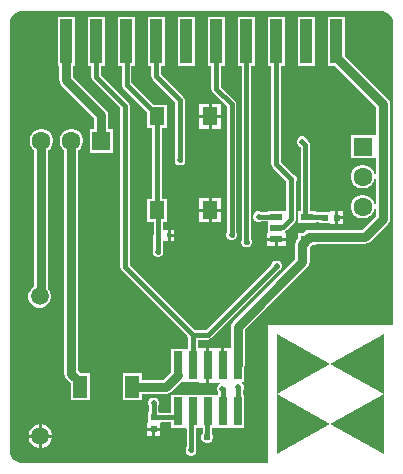
<source format=gtl>
G04*
G04 #@! TF.GenerationSoftware,Altium Limited,Altium Designer,23.8.1 (32)*
G04*
G04 Layer_Physical_Order=1*
G04 Layer_Color=255*
%FSLAX44Y44*%
%MOMM*%
G71*
G04*
G04 #@! TF.SameCoordinates,8D10C5A6-D087-465C-88DE-2456D22F2F40*
G04*
G04*
G04 #@! TF.FilePolarity,Positive*
G04*
G01*
G75*
%ADD15R,1.1000X0.6000*%
%ADD16R,1.0000X3.7000*%
%ADD17R,1.2000X1.9000*%
%ADD18R,1.3000X1.5500*%
%ADD19R,0.3000X0.4000*%
%ADD20R,0.7600X2.4000*%
%ADD21R,0.5500X0.5500*%
%ADD22R,0.5500X0.5500*%
%ADD35C,0.3810*%
%ADD36C,0.7620*%
%ADD37C,1.5000*%
%ADD38C,1.6000*%
%ADD39R,1.6000X1.6000*%
%ADD40R,1.6000X1.6000*%
%ADD41C,0.5080*%
%ADD42C,0.6100*%
G36*
X320449Y384372D02*
X322289Y383610D01*
X323945Y382503D01*
X325353Y381095D01*
X326460Y379439D01*
X327222Y377599D01*
X327610Y375646D01*
Y374650D01*
Y119380D01*
X220980D01*
Y2590D01*
X11704D01*
X9751Y2978D01*
X7911Y3740D01*
X6255Y4847D01*
X4847Y6255D01*
X3740Y7911D01*
X2978Y9751D01*
X2590Y11704D01*
Y12700D01*
Y374650D01*
Y375646D01*
X2978Y377599D01*
X3740Y379439D01*
X4847Y381095D01*
X6255Y382503D01*
X7911Y383610D01*
X9751Y384372D01*
X11704Y384760D01*
X318496D01*
X320449Y384372D01*
D02*
G37*
G36*
X319214Y111697D02*
Y111379D01*
Y111188D01*
Y110871D01*
Y110490D01*
Y110045D01*
Y109537D01*
Y108903D01*
Y108204D01*
Y107379D01*
Y106489D01*
Y105473D01*
Y104331D01*
Y103061D01*
Y101600D01*
Y100076D01*
Y98425D01*
Y96583D01*
Y94615D01*
Y92456D01*
Y90106D01*
Y87630D01*
Y85027D01*
Y82169D01*
Y79121D01*
Y75883D01*
Y72453D01*
Y68834D01*
Y65024D01*
Y60960D01*
Y10160D01*
X273907Y35560D01*
X319214Y60960D01*
X273907Y86360D01*
X319214Y111760D01*
Y111697D01*
D02*
G37*
G36*
X273907Y86360D02*
X228600Y60960D01*
X273907Y35560D01*
X228600Y10160D01*
Y60960D01*
Y65024D01*
Y68834D01*
Y72453D01*
Y75883D01*
Y79121D01*
Y82169D01*
Y85027D01*
Y87630D01*
Y90106D01*
Y92456D01*
Y94615D01*
Y96583D01*
Y98425D01*
Y100076D01*
Y101600D01*
Y103061D01*
Y104331D01*
Y105473D01*
Y106489D01*
Y107379D01*
Y108204D01*
Y108903D01*
Y109537D01*
Y110045D01*
Y110490D01*
Y110871D01*
Y111188D01*
Y111379D01*
Y111697D01*
Y111760D01*
X273907Y86360D01*
D02*
G37*
%LPC*%
G36*
X260786Y379856D02*
X246706D01*
Y338776D01*
X260786D01*
Y379856D01*
D02*
G37*
G36*
X159186D02*
X145106D01*
Y338776D01*
X159186D01*
Y379856D01*
D02*
G37*
G36*
X181400Y306072D02*
X173630D01*
Y297052D01*
X181400D01*
Y306072D01*
D02*
G37*
G36*
X171090D02*
X163320D01*
Y297052D01*
X171090D01*
Y306072D01*
D02*
G37*
G36*
X181400Y294512D02*
X173630D01*
Y285492D01*
X181400D01*
Y294512D01*
D02*
G37*
G36*
X171090D02*
X163320D01*
Y285492D01*
X171090D01*
Y294512D01*
D02*
G37*
G36*
X57586Y379856D02*
X43506D01*
Y338776D01*
X44581D01*
Y326898D01*
X45035Y324615D01*
X46328Y322680D01*
X74365Y294644D01*
Y285164D01*
X70289D01*
Y265084D01*
X90369D01*
Y285164D01*
X86294D01*
Y297115D01*
X85840Y299397D01*
X84547Y301332D01*
X56511Y329369D01*
Y338776D01*
X57586D01*
Y379856D01*
D02*
G37*
G36*
X133786D02*
X119706D01*
Y338776D01*
X122724D01*
Y329782D01*
X123030Y328242D01*
X123902Y326937D01*
X142790Y308050D01*
Y261084D01*
X142232Y259737D01*
Y257915D01*
X142929Y256232D01*
X144218Y254943D01*
X145901Y254246D01*
X147723D01*
X149406Y254943D01*
X150695Y256232D01*
X151392Y257915D01*
Y259737D01*
X150834Y261084D01*
Y309716D01*
X150528Y311255D01*
X149656Y312560D01*
X130768Y331448D01*
Y338776D01*
X133786D01*
Y379856D01*
D02*
G37*
G36*
X286186D02*
X272106D01*
Y338776D01*
X277751D01*
X312805Y303721D01*
Y280302D01*
X311535Y280296D01*
X291458D01*
Y260216D01*
X311535D01*
X312805Y260210D01*
Y246184D01*
X311538Y246178D01*
X310854Y248731D01*
X309532Y251021D01*
X307663Y252890D01*
X305373Y254212D01*
X302820Y254896D01*
X300176D01*
X297623Y254212D01*
X295333Y252890D01*
X293464Y251021D01*
X292142Y248731D01*
X291458Y246178D01*
Y243534D01*
X292142Y240981D01*
X293464Y238691D01*
X295333Y236822D01*
X297623Y235500D01*
X300176Y234816D01*
X302820D01*
X305373Y235500D01*
X307663Y236822D01*
X309532Y238691D01*
X310854Y240981D01*
X311538Y243534D01*
X312805Y243528D01*
Y220784D01*
X311538Y220778D01*
X310854Y223331D01*
X309532Y225621D01*
X307663Y227490D01*
X305373Y228812D01*
X302820Y229496D01*
X300176D01*
X297623Y228812D01*
X295333Y227490D01*
X293464Y225621D01*
X292142Y223331D01*
X291458Y220778D01*
Y218134D01*
X292142Y215581D01*
X293464Y213291D01*
X295333Y211422D01*
X297623Y210100D01*
X300176Y209416D01*
X302820D01*
X305373Y210100D01*
X307663Y211422D01*
X309532Y213291D01*
X310854Y215581D01*
X311538Y218134D01*
X312805Y218128D01*
Y211767D01*
X300805Y199767D01*
X256434D01*
X254151Y199313D01*
X252216Y198020D01*
X252216Y198020D01*
X251688Y197492D01*
X251391Y197433D01*
X250687Y196962D01*
X247014D01*
Y192353D01*
X246336Y191676D01*
X245043Y189741D01*
X244589Y187458D01*
Y174640D01*
X191362Y121413D01*
X190069Y119478D01*
X189615Y117195D01*
Y100678D01*
X189220Y99572D01*
X188345Y99572D01*
X184150D01*
Y85032D01*
X181610D01*
Y99572D01*
X177790D01*
X176540Y99572D01*
X175270Y99572D01*
X171450D01*
Y85032D01*
Y70492D01*
X175270D01*
X176520Y70492D01*
X177790Y70492D01*
X180540D01*
X180793Y69222D01*
X180032Y68907D01*
X178743Y67618D01*
X178046Y65935D01*
Y64113D01*
X178743Y62430D01*
X178858Y62315D01*
Y60072D01*
X177290D01*
X177040Y60072D01*
X176020D01*
X175770Y60072D01*
X164590D01*
X164340Y60072D01*
X163320D01*
X163070Y60072D01*
X151890D01*
X151640Y60072D01*
X150620D01*
X150370Y60072D01*
X138940D01*
Y44916D01*
X129250D01*
Y45684D01*
X128482D01*
Y50828D01*
X129040Y52175D01*
Y53997D01*
X128343Y55680D01*
X127054Y56969D01*
X125371Y57666D01*
X123549D01*
X121866Y56969D01*
X120577Y55680D01*
X119880Y53997D01*
Y52175D01*
X120438Y50828D01*
Y45684D01*
X119670D01*
Y37087D01*
X119170Y36024D01*
X119170Y35041D01*
Y32004D01*
X124460D01*
X129750D01*
Y35041D01*
X129750Y36024D01*
X130669Y36872D01*
X138940D01*
Y31992D01*
X150370D01*
X150620Y31992D01*
X151640D01*
X152431Y30946D01*
Y15906D01*
X152327Y15802D01*
X151630Y14119D01*
Y12297D01*
X152327Y10614D01*
X153616Y9325D01*
X155299Y8628D01*
X157121D01*
X158804Y9325D01*
X160093Y10614D01*
X160790Y12297D01*
Y14119D01*
X160475Y14879D01*
Y31992D01*
X163070D01*
X163320Y31992D01*
X164340D01*
X164590Y31992D01*
X166031D01*
Y27433D01*
X165611Y27013D01*
X164836Y25143D01*
Y23117D01*
X165611Y21247D01*
X167043Y19815D01*
X168913Y19040D01*
X170938D01*
X172809Y19815D01*
X174241Y21247D01*
X175016Y23117D01*
Y25143D01*
X174241Y27013D01*
X174075Y27179D01*
Y31992D01*
X175770D01*
X176020Y31992D01*
X177040D01*
X177290Y31992D01*
X188470D01*
X188720Y31992D01*
X189740D01*
X189990Y31992D01*
X201420D01*
Y60072D01*
X199867D01*
Y63596D01*
X199971Y63700D01*
X200668Y65383D01*
Y67205D01*
X199971Y68888D01*
X199137Y69722D01*
X199663Y70992D01*
X201420D01*
Y84405D01*
X201545Y85032D01*
Y114725D01*
X254772Y167952D01*
X256065Y169887D01*
X256519Y172169D01*
Y184988D01*
X257082Y185551D01*
X257648Y186398D01*
X257717Y186411D01*
X258421Y186882D01*
X262094D01*
Y187837D01*
X303276D01*
X305559Y188291D01*
X307494Y189584D01*
X322988Y205078D01*
X324281Y207013D01*
X324735Y209296D01*
Y306192D01*
X324281Y308475D01*
X322988Y310410D01*
X286186Y347211D01*
Y379856D01*
D02*
G37*
G36*
X181400Y226572D02*
X173630D01*
Y217552D01*
X181400D01*
Y226572D01*
D02*
G37*
G36*
X171090D02*
X163320D01*
Y217552D01*
X171090D01*
Y226572D01*
D02*
G37*
G36*
X235386Y379856D02*
X221306D01*
Y338776D01*
X224324D01*
Y255270D01*
X224630Y253731D01*
X225502Y252426D01*
X236605Y241322D01*
X237024Y240312D01*
Y216784D01*
X236094Y215962D01*
X221014D01*
Y214893D01*
X215494D01*
X214271Y215400D01*
X212449D01*
X210766Y214703D01*
X209477Y213414D01*
X208780Y211731D01*
Y209909D01*
X209477Y208226D01*
X210766Y206937D01*
X212449Y206240D01*
X214271D01*
X215741Y206849D01*
X221014D01*
Y197462D01*
X220514D01*
Y193192D01*
X236594D01*
Y197462D01*
X236094D01*
Y198993D01*
X237111Y199673D01*
X243890Y206452D01*
X244762Y207757D01*
X245068Y209296D01*
Y240312D01*
X245626Y241659D01*
Y243481D01*
X244929Y245164D01*
X243640Y246453D01*
X242294Y247010D01*
X232368Y256936D01*
Y338776D01*
X235386D01*
Y379856D01*
D02*
G37*
G36*
X280984Y215482D02*
Y211462D01*
X285004D01*
Y215482D01*
X280984D01*
D02*
G37*
G36*
X181400Y215012D02*
X173630D01*
Y205992D01*
X181400D01*
Y215012D01*
D02*
G37*
G36*
X171090D02*
X163320D01*
Y205992D01*
X171090D01*
Y215012D01*
D02*
G37*
G36*
X285004Y208922D02*
X280984D01*
Y204902D01*
X285004D01*
Y208922D01*
D02*
G37*
G36*
X251355Y278900D02*
X249533D01*
X247850Y278203D01*
X246561Y276914D01*
X245864Y275231D01*
Y273409D01*
X246561Y271726D01*
X247850Y270437D01*
X248638Y270111D01*
X248962Y269787D01*
Y215962D01*
X247014D01*
Y205882D01*
X262094D01*
Y206535D01*
X264764D01*
Y205402D01*
X273361D01*
X274424Y204902D01*
X275407Y204902D01*
X278444D01*
Y210192D01*
Y215482D01*
X275407D01*
X274424Y215482D01*
X273361Y214982D01*
X264764D01*
Y214580D01*
X262094D01*
Y215962D01*
X257006D01*
Y271453D01*
X256700Y272992D01*
X255828Y274297D01*
X255024Y275102D01*
Y275231D01*
X254327Y276914D01*
X253038Y278203D01*
X251355Y278900D01*
D02*
G37*
G36*
X138868Y199614D02*
Y196344D01*
X141638D01*
Y199614D01*
X138868D01*
D02*
G37*
G36*
X184586Y379856D02*
X170506D01*
Y338776D01*
X173524D01*
Y319114D01*
X173830Y317574D01*
X174702Y316269D01*
X186478Y304494D01*
Y197838D01*
X185920Y196491D01*
Y194669D01*
X186617Y192986D01*
X187906Y191697D01*
X189589Y191000D01*
X191411D01*
X193094Y191697D01*
X194383Y192986D01*
X195080Y194669D01*
Y196491D01*
X194522Y197838D01*
Y306160D01*
X194216Y307699D01*
X193344Y309004D01*
X181568Y320780D01*
Y338776D01*
X184586D01*
Y379856D01*
D02*
G37*
G36*
X141638Y193804D02*
X138868D01*
Y190534D01*
X141638D01*
Y193804D01*
D02*
G37*
G36*
X236594Y190652D02*
X229824D01*
Y186382D01*
X236594D01*
Y190652D01*
D02*
G37*
G36*
X227284D02*
X220514D01*
Y186382D01*
X227284D01*
Y190652D01*
D02*
G37*
G36*
X209986Y379856D02*
X195906D01*
Y338776D01*
X199051D01*
Y191435D01*
X198620Y190395D01*
Y188573D01*
X199317Y186890D01*
X200606Y185601D01*
X202289Y184904D01*
X204111D01*
X205794Y185601D01*
X207083Y186890D01*
X207780Y188573D01*
Y190395D01*
X207095Y192048D01*
Y338776D01*
X209986D01*
Y379856D01*
D02*
G37*
G36*
X108386D02*
X94306D01*
Y338776D01*
X97578D01*
Y322792D01*
X97884Y321253D01*
X98756Y319948D01*
X118820Y299884D01*
Y285992D01*
X123338D01*
Y226072D01*
X118820D01*
Y206492D01*
X124575D01*
Y196550D01*
X124554Y196518D01*
X124248Y194979D01*
Y183613D01*
X123690Y182267D01*
Y180445D01*
X124387Y178762D01*
X125676Y177473D01*
X127359Y176776D01*
X129181D01*
X130864Y177473D01*
X132153Y178762D01*
X132850Y180445D01*
Y182267D01*
X132292Y183613D01*
Y190522D01*
X133558Y190534D01*
X133562Y190534D01*
X136328D01*
Y195074D01*
Y199614D01*
X133890D01*
X133558Y199614D01*
X132620Y200416D01*
Y206492D01*
X135900D01*
Y226072D01*
X131382D01*
Y285992D01*
X135900D01*
Y305572D01*
X124508D01*
X105622Y324458D01*
Y338776D01*
X108386D01*
Y379856D01*
D02*
G37*
G36*
X30851Y285164D02*
X28207D01*
X25654Y284480D01*
X23365Y283158D01*
X21495Y281289D01*
X20173Y279000D01*
X19489Y276446D01*
Y273802D01*
X20173Y271249D01*
X21495Y268960D01*
X23365Y267090D01*
X23565Y266975D01*
Y151866D01*
X22082Y151010D01*
X20306Y149234D01*
X19050Y147058D01*
X18400Y144632D01*
Y142120D01*
X19050Y139694D01*
X20306Y137518D01*
X22082Y135742D01*
X24258Y134486D01*
X26684Y133836D01*
X29196D01*
X31622Y134486D01*
X33798Y135742D01*
X35574Y137518D01*
X36830Y139694D01*
X37480Y142120D01*
Y144632D01*
X36830Y147058D01*
X35574Y149234D01*
X35494Y149314D01*
Y266975D01*
X35694Y267090D01*
X37563Y268960D01*
X38885Y271249D01*
X39569Y273802D01*
Y276446D01*
X38885Y279000D01*
X37563Y281289D01*
X35694Y283158D01*
X33405Y284480D01*
X30851Y285164D01*
D02*
G37*
G36*
X82986Y379856D02*
X68906D01*
Y338776D01*
X71924D01*
Y329184D01*
X72230Y327645D01*
X73102Y326340D01*
X96308Y303134D01*
Y168402D01*
X96614Y166863D01*
X97486Y165558D01*
X153966Y109078D01*
Y99072D01*
X151890D01*
X151640Y99072D01*
X150620D01*
X150370Y99072D01*
X138940D01*
Y79447D01*
X132513Y73021D01*
X114368D01*
Y78596D01*
X98288D01*
Y55516D01*
X114368D01*
Y61091D01*
X134984D01*
X137267Y61545D01*
X139202Y62838D01*
X147355Y70992D01*
X150370D01*
X150620Y70992D01*
X151640D01*
X151890Y70992D01*
X162777Y70992D01*
X163840Y70492D01*
X164383Y70492D01*
X168910D01*
Y85032D01*
Y99572D01*
X163840Y99572D01*
X163280Y99309D01*
X162010Y99973D01*
Y106722D01*
X170180D01*
X171719Y107028D01*
X173024Y107900D01*
X229930Y164806D01*
X231194Y165330D01*
X232483Y166618D01*
X233180Y168301D01*
Y170123D01*
X232483Y171807D01*
X231194Y173095D01*
X229511Y173792D01*
X227689D01*
X226006Y173095D01*
X224717Y171807D01*
X224125Y170378D01*
X168514Y114766D01*
X159654D01*
X104352Y170068D01*
Y304800D01*
X104046Y306339D01*
X103174Y307644D01*
X79968Y330850D01*
Y338776D01*
X82986D01*
Y379856D01*
D02*
G37*
G36*
X56251Y285164D02*
X53608D01*
X51054Y284480D01*
X48765Y283158D01*
X46895Y281289D01*
X45574Y279000D01*
X44889Y276446D01*
Y273802D01*
X45574Y271249D01*
X46895Y268960D01*
X48765Y267090D01*
X48965Y266975D01*
Y77955D01*
X49419Y75672D01*
X50712Y73737D01*
X54288Y70161D01*
Y55516D01*
X70368D01*
Y78596D01*
X62723D01*
X60894Y80425D01*
Y266975D01*
X61094Y267090D01*
X62963Y268960D01*
X64285Y271249D01*
X64969Y273802D01*
Y276446D01*
X64285Y279000D01*
X62963Y281289D01*
X61094Y283158D01*
X58805Y284480D01*
X56251Y285164D01*
D02*
G37*
G36*
X30024Y35186D02*
X29972D01*
Y26416D01*
X38742D01*
Y26468D01*
X38058Y29021D01*
X36736Y31311D01*
X34867Y33180D01*
X32577Y34502D01*
X30024Y35186D01*
D02*
G37*
G36*
X27432D02*
X27380D01*
X24827Y34502D01*
X22537Y33180D01*
X20668Y31311D01*
X19346Y29021D01*
X18662Y26468D01*
Y26416D01*
X27432D01*
Y35186D01*
D02*
G37*
G36*
X129750Y29464D02*
X125730D01*
Y25444D01*
X129750D01*
Y29464D01*
D02*
G37*
G36*
X123190D02*
X119170D01*
Y25444D01*
X123190D01*
Y29464D01*
D02*
G37*
G36*
X38742Y23876D02*
X29972D01*
Y15106D01*
X30024D01*
X32577Y15790D01*
X34867Y17112D01*
X36736Y18981D01*
X38058Y21271D01*
X38742Y23824D01*
Y23876D01*
D02*
G37*
G36*
X27432D02*
X18662D01*
Y23824D01*
X19346Y21271D01*
X20668Y18981D01*
X22537Y17112D01*
X24827Y15790D01*
X27380Y15106D01*
X27432D01*
Y23876D01*
D02*
G37*
%LPD*%
D15*
X254554Y210922D02*
D03*
Y191922D02*
D03*
X228554Y210922D02*
D03*
Y201422D02*
D03*
Y191922D02*
D03*
D16*
X50546Y359316D02*
D03*
X75946D02*
D03*
X101346D02*
D03*
X126746D02*
D03*
X152146D02*
D03*
X177546D02*
D03*
X202946D02*
D03*
X228346D02*
D03*
X253746D02*
D03*
X279146D02*
D03*
D17*
X106328Y67056D02*
D03*
X62328D02*
D03*
D18*
X127360Y216282D02*
D03*
Y295782D02*
D03*
X172360Y216282D02*
D03*
Y295782D02*
D03*
D19*
X128598Y195074D02*
D03*
X137598D02*
D03*
D20*
X195580Y85032D02*
D03*
X182880D02*
D03*
X170180D02*
D03*
X157480D02*
D03*
X144780D02*
D03*
X195580Y46032D02*
D03*
X182880D02*
D03*
X170180D02*
D03*
X157480D02*
D03*
X144780D02*
D03*
D21*
X124460Y30734D02*
D03*
Y40894D02*
D03*
D22*
X279714Y210192D02*
D03*
X269554D02*
D03*
D35*
X213360Y210820D02*
X213411Y210871D01*
X228503D01*
X228554Y210922D01*
X170053Y45905D02*
X170180Y46032D01*
X170053Y24257D02*
Y45905D01*
X169926Y24130D02*
X170053Y24257D01*
X156210Y13208D02*
X156453Y13451D01*
Y45005D02*
X157480Y46032D01*
X156453Y13451D02*
Y45005D01*
X146812Y258826D02*
Y309716D01*
X126746Y329782D02*
X146812Y309716D01*
X126746Y329782D02*
Y359316D01*
X254079Y210922D02*
X254554D01*
X252984Y212017D02*
Y271453D01*
X250444Y273993D02*
Y274320D01*
X252984Y212017D02*
X254079Y210922D01*
X250444Y273993D02*
X252984Y271453D01*
X228346Y255270D02*
Y359316D01*
X241046Y209296D02*
Y242570D01*
X228346Y255270D02*
X241046Y242570D01*
X254919Y210557D02*
X269189D01*
X254554Y210922D02*
X254919Y210557D01*
X269189D02*
X269554Y210192D01*
X234267Y202517D02*
X241046Y209296D01*
X229649Y202517D02*
X234267D01*
X228554Y201422D02*
X229649Y202517D01*
X228046Y200914D02*
X228554Y201422D01*
X27940Y143376D02*
X29529Y144965D01*
X202946Y359316D02*
X203073Y359189D01*
Y189611D02*
X203200Y189484D01*
X203073Y189611D02*
Y359189D01*
X190500Y195580D02*
Y306160D01*
X177546Y319114D02*
X190500Y306160D01*
X177546Y319114D02*
Y359316D01*
X228600Y169164D02*
Y169212D01*
X170180Y110744D02*
X228600Y169164D01*
X157988Y110744D02*
X170180D01*
X195845Y46297D02*
Y66051D01*
X195580Y46032D02*
X195845Y46297D01*
Y66051D02*
X196088Y66294D01*
X182626Y65024D02*
X182880Y64770D01*
Y46032D02*
Y64770D01*
X101600Y322792D02*
Y359062D01*
X101346Y359316D02*
X101600Y359062D01*
X127360Y295782D02*
Y297032D01*
X101600Y322792D02*
X127360Y297032D01*
Y216282D02*
Y295782D01*
X128598Y195074D02*
Y215044D01*
X127360Y216282D02*
X128598Y215044D01*
X128270Y194979D02*
X128365Y195074D01*
X128270Y181356D02*
Y194979D01*
X128365Y195074D02*
X128598D01*
X124460Y40894D02*
Y53086D01*
X157480Y85032D02*
X157988Y85540D01*
Y110744D01*
X100330Y168402D02*
X157988Y110744D01*
X75946Y329184D02*
X100330Y304800D01*
Y168402D02*
Y304800D01*
X75946Y329184D02*
Y359316D01*
X144780Y42789D02*
Y46032D01*
X124460Y40894D02*
X142885D01*
X144780Y42789D01*
D36*
X106328Y67056D02*
X134984D01*
X144770Y76842D01*
X195580Y85032D02*
Y117195D01*
X250554Y172169D01*
Y187458D01*
X303276Y193802D02*
X318770Y209296D01*
X254554Y191922D02*
X256434Y193802D01*
X303276D01*
X253674Y191922D02*
X255434D01*
X252864Y189768D02*
Y191112D01*
X253674Y191922D01*
X250554Y187458D02*
X252864Y189768D01*
X29529Y144965D02*
Y275124D01*
X54929Y77955D02*
Y275124D01*
Y77955D02*
X62328Y70556D01*
Y67056D02*
Y70556D01*
X80329Y275124D02*
Y297115D01*
X50546Y326898D02*
X80329Y297115D01*
X50546Y326898D02*
Y359316D01*
X318770Y209296D02*
Y306192D01*
X279146Y345816D02*
X318770Y306192D01*
X279146Y345816D02*
Y359316D01*
D37*
X28702Y25146D02*
D03*
X27940Y143376D02*
D03*
D38*
X29529Y275124D02*
D03*
X54929D02*
D03*
X301498Y244856D02*
D03*
Y219456D02*
D03*
D39*
X80329Y275124D02*
D03*
D40*
X301498Y270256D02*
D03*
D41*
X213360Y210820D02*
D03*
X314800Y352000D02*
D03*
X302100Y174200D02*
D03*
X314800Y148800D02*
D03*
X289400Y352000D02*
D03*
X276700Y326600D02*
D03*
X289400Y301200D02*
D03*
X276700Y275800D02*
D03*
X289400Y250400D02*
D03*
X276700Y225000D02*
D03*
X289400Y148800D02*
D03*
X264000Y352000D02*
D03*
Y301200D02*
D03*
Y250400D02*
D03*
Y148800D02*
D03*
X238600Y352000D02*
D03*
Y301200D02*
D03*
X225900Y225000D02*
D03*
X213200Y352000D02*
D03*
Y301200D02*
D03*
Y250400D02*
D03*
X187800Y352000D02*
D03*
X175100Y174200D02*
D03*
X162400Y352000D02*
D03*
Y250400D02*
D03*
Y199600D02*
D03*
Y148800D02*
D03*
X149700Y21800D02*
D03*
X137000Y352000D02*
D03*
Y250400D02*
D03*
Y148800D02*
D03*
X124300Y21800D02*
D03*
X111600Y352000D02*
D03*
Y301200D02*
D03*
Y250400D02*
D03*
Y199600D02*
D03*
X98900Y123400D02*
D03*
X111600Y98000D02*
D03*
Y47200D02*
D03*
X98900Y21800D02*
D03*
X86200Y352000D02*
D03*
Y250400D02*
D03*
X73500Y225000D02*
D03*
X86200Y199600D02*
D03*
X73500Y174200D02*
D03*
X86200Y148800D02*
D03*
X73500Y123400D02*
D03*
X86200Y98000D02*
D03*
X73500Y72600D02*
D03*
X86200Y47200D02*
D03*
X73500Y21800D02*
D03*
X60800Y352000D02*
D03*
Y301200D02*
D03*
X48100Y72600D02*
D03*
X60800Y47200D02*
D03*
X48100Y21800D02*
D03*
X35400Y352000D02*
D03*
X22700Y326600D02*
D03*
X35400Y301200D02*
D03*
X22700Y123400D02*
D03*
X35400Y98000D02*
D03*
X22700Y72600D02*
D03*
X35400Y47200D02*
D03*
X156210Y13208D02*
D03*
X146812Y258826D02*
D03*
X241046Y242570D02*
D03*
X250444Y274320D02*
D03*
X203200Y189484D02*
D03*
X190500Y195580D02*
D03*
X228600Y169212D02*
D03*
X196088Y66294D02*
D03*
X182626Y65024D02*
D03*
X128270Y181356D02*
D03*
X124460Y53086D02*
D03*
D42*
X169926Y24130D02*
D03*
M02*

</source>
